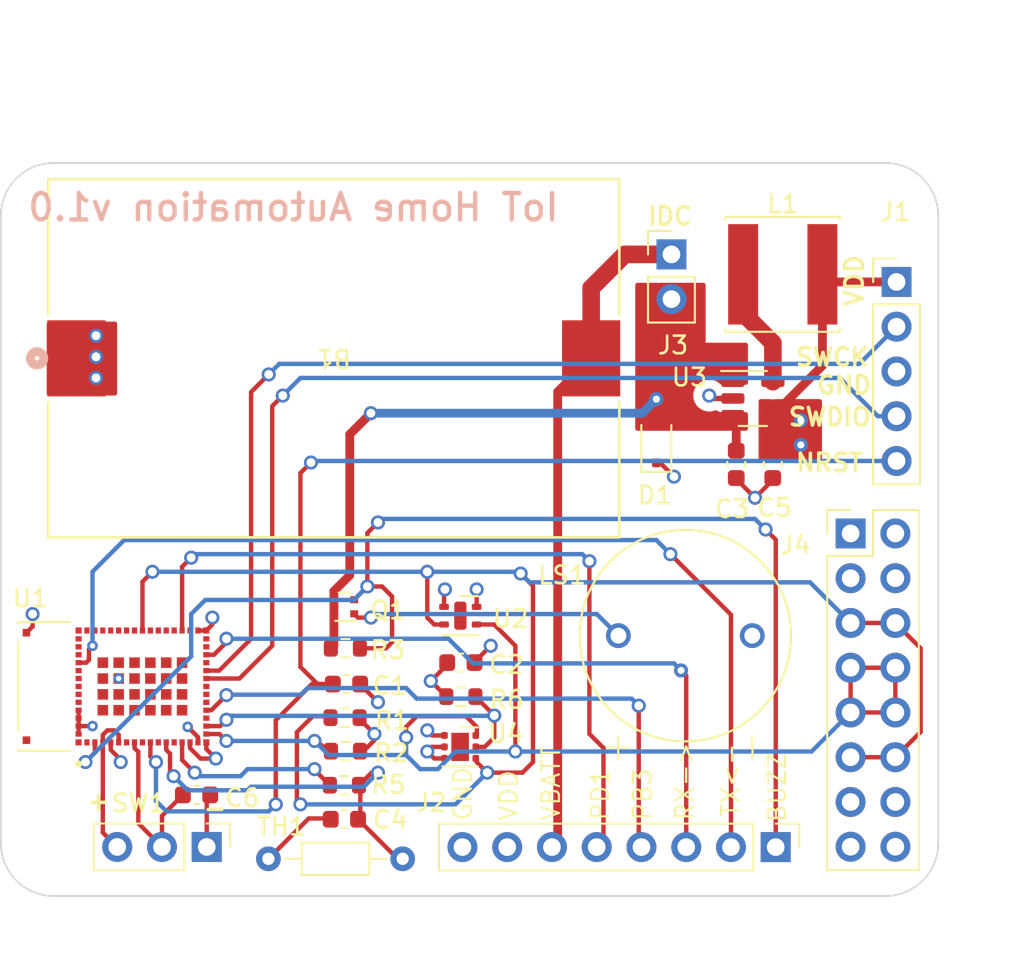
<source format=kicad_pcb>
(kicad_pcb (version 20221018) (generator pcbnew)
  (layers (0 "F.Cu" signal) (1 "In1.Cu" signal) (2 "In2.Cu" signal) (31 "B.Cu" signal) (34 "B.Paste" user) (35 "F.Paste" user) (36 "B.SilkS" user "B.Silkscreen") (37 "F.SilkS" user "F.Silkscreen") (38 "B.Mask" user) (39 "F.Mask" user) (44 "Edge.Cuts" user))
  (net 0 "")
  (net 1 "/PD1")
  (net 2 "GND")
  (net 3 "/SWCLK")
  (net 4 "/SWDIO")
  (net 5 "/NRST")
  (net 6 "/Vtherm")
  (net 7 "VDD")
  (net 10 "/SCL1")
  (net 16 "/SDA1")
  (net 17 "VCC")
  (net 22 "Net-(Q1-D)")
  (net 31 "/nBuzzer")
  (net 42 "Net-(U3-SW)")
  (net 70 "+BATT")
  (net 71 "/Door_EXTI")
  (net 72 "/PB3")
  (net 73 "/MCU_RX1")
  (net 75 "/MCU_TX1")
  (net 77 "/LIGHT_IRQ")
  (net 79 "/VDD_THERM")
  (footprint "Capacitor_SMD:C_0603_1608Metric" (layer "F.Cu") (at 129.905 118.865)
    (fp_text reference "C6")
    (fp_text value "0.1u")
  )
  (footprint "Connector_PinHeader_2.54mm:PinHeader_2x08_P2.54mm_Vertical" (layer "F.Cu") (at 167.025 104.025)
    (fp_text reference "J4")
    (fp_text value "Conn_02x08_Odd_Even")
  )
  (footprint "Resistor_SMD:R_0603_1608Metric" (layer "F.Cu") (at 138.333 114.479 180)
    (fp_text reference "R1")
    (fp_text value "10K")
  )
  (footprint "AI-1223-TWT-3V-2-R:XDCR_AI-1223-TWT-3V-2-R" (layer "F.Cu") (at 157.645 109.8255 90)
    (fp_text reference "LS1")
    (fp_text value "AI-1223-TWT-3V-2-R")
  )
  (footprint "Resistor_SMD:R_0603_1608Metric" (layer "F.Cu") (at 138.357 116.379 180)
    (fp_text reference "R2")
    (fp_text value "10K")
  )
  (footprint "STM32WB5MMGH6TR:XCVR_STM32WB5MMGH6TR" (layer "F.Cu") (at 125.285 112.708 90)
    (fp_text reference "U1")
    (fp_text value "STM32WB5MMGH6TR")
  )
  (footprint "Connector_PinHeader_2.54mm:PinHeader_1x08_P2.54mm_Vertical" (layer "F.Cu") (at 162.775 121.825 -90)
    (fp_text reference "J2")
    (fp_text value "Conn_01x08_Pin")
  )
  (footprint "Connector_PinHeader_2.54mm:PinHeader_1x02_P2.54mm_Vertical" (layer "F.Cu") (at 156.857 88.187)
    (fp_text reference "J3")
    (fp_text value "Conn_01x02_Pin")
  )
  (footprint "Package_TO_SOT_SMD:SOT-723" (layer "F.Cu") (at 138.275 108.185 180)
    (fp_text reference "Q1")
    (fp_text value "PMOS")
  )
  (footprint "Capacitor_SMD:C_0603_1608Metric" (layer "F.Cu") (at 162.605 100.105 -90)
    (fp_text reference "C5")
    (fp_text value "10u")
  )
  (footprint "BU2032SM-JJ-GTR:BU2032SM-JJ-GTR_MPD" (layer "F.Cu") (at 137.6938 94.0868 180)
    (fp_text reference "B1")
    (fp_text value "BU2032SM-JJ-GTR")
  )
  (footprint "Resistor_SMD:R_0603_1608Metric" (layer "F.Cu") (at 138.353 110.541)
    (fp_text reference "R3")
    (fp_text value "220K")
  )
  (footprint "Resistor_THT:R_Axial_DIN0204_L3.6mm_D1.6mm_P7.62mm_Horizontal" (layer "F.Cu") (at 141.603 122.489 180)
    (fp_text reference "TH1")
    (fp_text value "3.3K@25C")
  )
  (footprint "Capacitor_SMD:C_0603_1608Metric" (layer "F.Cu") (at 144.905 111.355)
    (fp_text reference "C2")
    (fp_text value "100nF")
  )
  (footprint "Capacitor_SMD:C_0603_1608Metric" (layer "F.Cu") (at 138.415 112.573)
    (fp_text reference "C1")
    (fp_text value "100nF")
  )
  (footprint "Capacitor_SMD:C_0603_1608Metric" (layer "F.Cu") (at 138.295 120.245 180)
    (fp_text reference "C4")
    (fp_text value "0.1u")
  )
  (footprint "Resistor_SMD:R_0603_1608Metric" (layer "F.Cu") (at 144.905 113.285)
    (fp_text reference "R6")
    (fp_text value "10K")
  )
  (footprint "Sensor_Humidity:Sensirion_DFN-4-1EP_2x2mm_P1mm_EP0.7x1.6mm" (layer "F.Cu") (at 144.876201 108.692199)
    (fp_text reference "U2")
    (fp_text value "SHTC3")
  )
  (footprint "Package_TO_SOT_SMD:SOT-23-5" (layer "F.Cu") (at 161.475 96.365)
    (fp_text reference "U3")
    (fp_text value "TPS62202DBV")
  )
  (footprint "Diode_SMD:D_SOD-323F" (layer "F.Cu") (at 155.999 98.92 90)
    (fp_text reference "D1")
    (fp_text value "D_TVS")
  )
  (footprint "Package_SON:WSON-6-1EP_2x2mm_P0.65mm_EP1x1.6mm" (layer "F.Cu") (at 144.863899 116.1389)
    (fp_text reference "U4")
    (fp_text value "OPT3001DNPT")
  )
  (footprint "Inductor_SMD:L_Changjiang_FNR6028S" (layer "F.Cu") (at 163.175 89.32)
    (fp_text reference "L1")
    (fp_text value "10u")
  )
  (footprint "Connector_PinHeader_2.54mm:PinHeader_1x05_P2.54mm_Vertical" (layer "F.Cu") (at 169.633 89.751)
    (fp_text reference "J1")
    (fp_text value "Conn_01x05_Pin")
  )
  (footprint "Connector_PinHeader_2.54mm:PinHeader_1x03_P2.54mm_Vertical" (layer "F.Cu") (at 130.483 121.817 -90)
    (fp_text reference "SW1")
    (fp_text value "SW_Push_SPDT")
  )
  (footprint "Capacitor_SMD:C_0603_1608Metric" (layer "F.Cu") (at 160.535 100.105 -90)
    (fp_text reference "C3")
    (fp_text value "10u")
  )
  (footprint "Resistor_SMD:R_0603_1608Metric" (layer "F.Cu") (at 138.297 118.315)
    (fp_text reference "R5")
    (fp_text value "20K")
  )
  (gr_arc (start 172 121.6) (mid 171.12132 123.72132) (end 169 124.6) (stroke (width 0.1)) (layer "Edge.Cuts"))
  (gr_arc (start 118.8 86) (mid 119.67868 83.87868) (end 121.8 83) (stroke (width 0.1)) (layer "Edge.Cuts"))
  (gr_line (start 121.8 124.6) (end 169 124.6) (stroke (width 0.1)) (layer "Edge.Cuts"))
  (gr_arc (start 169 83) (mid 171.12132 83.87868) (end 172 86) (stroke (width 0.1)) (layer "Edge.Cuts"))
  (gr_line (start 172 121.6) (end 172 86) (stroke (width 0.1)) (layer "Edge.Cuts"))
  (gr_line (start 118.8 86) (end 118.8 121.6) (stroke (width 0.1)) (layer "Edge.Cuts"))
  (gr_arc (start 121.8 124.6) (mid 119.67868 123.72132) (end 118.8 121.6) (stroke (width 0.1)) (layer "Edge.Cuts"))
  (gr_line (start 169 83) (end 121.8 83) (stroke (width 0.1)) (layer "Edge.Cuts"))
  (gr_text "IoT Home Automation v1.0" (at 120.2 86.4) (layer "B.SilkS") (effects (font (size 1.5 1.5) (thickness 0.25) bold) (justify right bottom mirror)))
  (gr_text "VDD" (at 167.821 91.232 90) (layer "F.SilkS") (effects (font (size 1 1) (thickness 0.2) bold) (justify left bottom)))
  (gr_text "PB3" (at 155.8 120.4 90) (layer "F.SilkS") (effects (font (size 1 1) (thickness 0.125)) (justify left bottom)))
  (gr_text "TX<-" (at 160.8 120.2 90) (layer "F.SilkS") (effects (font (size 1 1) (thickness 0.125)) (justify left bottom)))
  (gr_text "IDC" (at 155.4 86.6) (layer "F.SilkS") (effects (font (size 1 1) (thickness 0.2) bold) (justify left bottom)))
  (gr_text "GND" (at 165 96.2) (layer "F.SilkS") (effects (font (size 1 1) (thickness 0.2) bold) (justify left bottom)))
  (gr_text "PD1" (at 153.4 120.4 90) (layer "F.SilkS") (effects (font (size 1 1) (thickness 0.125)) (justify left bottom)))
  (gr_text "VDD" (at 148.2 120.4 90) (layer "F.SilkS") (effects (font (size 1 1) (thickness 0.125)) (justify left bottom)))
  (gr_text "SWDIO" (at 163.4 98) (layer "F.SilkS") (effects (font (size 1 1) (thickness 0.2) bold) (justify left bottom)))
  (gr_text "VBATT" (at 150.6 120.4 90) (layer "F.SilkS") (effects (font (size 1 1) (thickness 0.125)) (justify left bottom)))
  (gr_text "BUZZ" (at 163.44 120.495 90) (layer "F.SilkS") (effects (font (size 1 1) (thickness 0.125)) (justify left bottom)))
  (gr_text "-" (at 130.2 120.2) (layer "F.SilkS") (effects (font (size 1 1) (thickness 0.2) bold) (justify left bottom)))
  (gr_text "SWCK" (at 163.8 94.6) (layer "F.SilkS") (effects (font (size 1 1) (thickness 0.2) bold) (justify left bottom)))
  (gr_text "RX->" (at 158.2 120.4 90) (layer "F.SilkS") (effects (font (size 1 1) (thickness 0.125)) (justify left bottom)))
  (gr_text "+" (at 123.6 119.8) (layer "F.SilkS") (effects (font (size 1 1) (thickness 0.2) bold) (justify left bottom)))
  (gr_text "NRST" (at 163.8 100.6) (layer "F.SilkS") (effects (font (size 1 1) (thickness 0.2) bold) (justify left bottom)))
  (gr_text "GND" (at 145.6 120.4 90) (layer "F.SilkS") (effects (font (size 1 1) (thickness 0.125)) (justify left bottom)))
  (segment (start 153 121.44) (end 152.615 121.825) (width 0.25) (layer "F.Cu") (net 1))
  (segment (start 153 116.2) (end 153 121.44) (width 0.25) (layer "F.Cu") (net 1))
  (segment (start 129.085 105.915) (end 129.085 109.533) (width 0.25) (layer "F.Cu") (net 1))
  (segment (start 129.6 105.4) (end 129.085 105.915) (width 0.25) (layer "F.Cu") (net 1))
  (segment (start 152.2 105.6) (end 152.2 115.4) (width 0.25) (layer "F.Cu") (net 1))
  (segment (start 152.2 115.4) (end 153 116.2) (width 0.25) (layer "F.Cu") (net 1))
  (via (at 129.6 105.4) (size 0.8) (drill 0.5) (layers "F.Cu" "B.Cu") (net 1))
  (via (at 152.2 105.6) (size 0.8) (drill 0.5) (layers "F.Cu" "B.Cu") (net 1))
  (segment (start 129.8 105.2) (end 129.6 105.4) (width 0.25) (layer "B.Cu") (net 1))
  (segment (start 152.2 105.6) (end 151.8 105.2) (width 0.25) (layer "B.Cu") (net 1))
  (segment (start 151.8 105.2) (end 129.8 105.2) (width 0.25) (layer "B.Cu") (net 1))
  (segment (start 143.2611 116.1389) (end 143 116.4) (width 0.25) (layer "F.Cu") (net 2))
  (segment (start 130.68 118.865) (end 130.483 119.062) (width 0.25) (layer "F.Cu") (net 2))
  (segment (start 130.46 109.533) (end 129.985 109.533) (width 0.25) (layer "F.Cu") (net 2))
  (segment (start 125.035 116.308) (end 125.035 115.883) (width 0.25) (layer "F.Cu") (net 2))
  (segment (start 125.6 116.873) (end 125.035 116.308) (width 0.25) (layer "F.Cu") (net 2))
  (segment (start 143 116.4) (end 143.3939 116.7939) (width 0.25) (layer "F.Cu") (net 2))
  (segment (start 120.6 108.6) (end 120.6 109.308) (width 0.25) (layer "F.Cu") (net 2))
  (segment (start 144.208899 116.7939) (end 144.863899 116.1389) (width 0.25) (layer "F.Cu") (net 2))
  (segment (start 160.3375 96.365) (end 159.165 96.365) (width 0.3) (layer "F.Cu") (net 2))
  (segment (start 139.19 112.59) (end 140.2 113.6) (width 0.25) (layer "F.Cu") (net 2))
  (segment (start 143.3939 116.7939) (end 144.208899 116.7939) (width 0.25) (layer "F.Cu") (net 2))
  (segment (start 160.535 100.935) (end 161.6 102) (width 0.25) (layer "F.Cu") (net 2))
  (segment (start 137.475 120.2) (end 137.52 120.245) (width 0.25) (layer "F.Cu") (net 2))
  (segment (start 125.6 117) (end 125.6 116.873) (width 0.25) (layer "F.Cu") (net 2))
  (segment (start 145.801201 108.192199) (end 145.801201 107.201201) (width 0.25) (layer "F.Cu") (net 2))
  (segment (start 159.165 96.365) (end 159 96.2) (width 0.3) (layer "F.Cu") (net 2))
  (segment (start 130.483 119.062) (end 130.483 121.817) (width 0.25) (layer "F.Cu") (net 2))
  (segment (start 133.983 122.489) (end 136.272 120.2) (width 0.25) (layer "F.Cu") (net 2))
  (segment (start 155.999 100.02) (end 156.22 100.02) (width 0.25) (layer "F.Cu") (net 2))
  (segment (start 139.19 112.573) (end 139.19 112.59) (width 0.25) (layer "F.Cu") (net 2))
  (segment (start 145.801201 107.201201) (end 145.8 107.2) (width 0.25) (layer "F.Cu") (net 2))
  (segment (start 130.8 108.8) (end 130.8 109.193) (width 0.25) (layer "F.Cu") (net 2))
  (segment (start 162.605 100.995) (end 161.6 102) (width 0.25) (layer "F.Cu") (net 2))
  (segment (start 136.272 120.2) (end 137.475 120.2) (width 0.25) (layer "F.Cu") (net 2))
  (segment (start 156.22 100.02) (end 157 100.8) (width 0.25) (layer "F.Cu") (net 2))
  (segment (start 160.535 100.88) (end 160.535 100.935) (width 0.25) (layer "F.Cu") (net 2))
  (segment (start 124 114.958) (end 123.21 114.958) (width 0.25) (layer "F.Cu") (net 2))
  (segment (start 120.6 109.308) (end 120.25 109.658) (width 0.25) (layer "F.Cu") (net 2))
  (segment (start 143.913898 116.1389) (end 143.2611 116.1389) (width 0.25) (layer "F.Cu") (net 2))
  (segment (start 129.985 115.585) (end 129.985 115.883) (width 0.25) (layer "F.Cu") (net 2))
  (segment (start 162.605 100.88) (end 162.605 100.995) (width 0.25) (layer "F.Cu") (net 2))
  (segment (start 145.68 111.32) (end 146.6 110.4) (width 0.25) (layer "F.Cu") (net 2))
  (segment (start 130.8 109.193) (end 130.46 109.533) (width 0.25) (layer "F.Cu") (net 2))
  (segment (start 129.4 115) (end 129.985 115.585) (width 0.25) (layer "F.Cu") (net 2))
  (segment (start 145.68 111.355) (end 145.68 111.32) (width 0.25) (layer "F.Cu") (net 2))
  (segment (start 123.21 114.058) (end 123.21 115.408) (width 0.25) (layer "F.Cu") (net 2))
  (segment (start 125.485 112.258) (end 125.484502 112.258498) (width 0.25) (layer "F.Cu") (net 2))
  (via (at 143 116.4) (size 0.8) (drill 0.5) (layers "F.Cu" "B.Cu") (net 2))
  (via (at 124 114.958) (size 0.6) (drill 0.3) (layers "F.Cu" "B.Cu") (net 2))
  (via (at 145.8 107.2) (size 0.8) (drill 0.5) (layers "F.Cu" "B.Cu") (net 2))
  (via (at 124.2 94) (size 0.8) (drill 0.5) (layers "F.Cu" "B.Cu") (net 2))
  (via (at 124.2 92.8) (size 0.8) (drill 0.5) (layers "F.Cu" "B.Cu") (net 2))
  (via (at 146.6 110.4) (size 0.8) (drill 0.5) (layers "F.Cu" "B.Cu") (net 2))
  (via (at 157 100.8) (size 0.8) (drill 0.5) (layers "F.Cu" "B.Cu") (net 2))
  (via (at 124.2 95.2) (size 0.8) (drill 0.5) (layers "F.Cu" "B.Cu") (net 2))
  (via (at 161.6 102) (size 0.8) (drill 0.5) (layers "F.Cu" "B.Cu") (net 2))
  (via (at 129.4 115) (size 0.6) (drill 0.3) (layers "F.Cu" "B.Cu") (net 2))
  (via (at 125.484502 112.258498) (size 0.6) (drill 0.3) (layers "F.Cu" "B.Cu") (net 2))
  (via (at 120.6 108.6) (size 0.8) (drill 0.5) (layers "F.Cu" "B.Cu") (net 2))
  (via (at 140.2 113.6) (size 0.8) (drill 0.5) (layers "F.Cu" "B.Cu") (net 2))
  (via (at 130.8 108.8) (size 0.8) (drill 0.5) (layers "F.Cu" "B.Cu") (net 2))
  (via (at 125.6 117) (size 0.8) (drill 0.5) (layers "F.Cu" "B.Cu") (net 2))
  (via (at 159 96.2) (size 0.8) (drill 0.5) (layers "F.Cu" "B.Cu") (net 2))
  (segment (start 131.192 111.808) (end 130.46 111.808) (width 0.25) (layer "F.Cu") (net 3))
  (segment (start 134 95) (end 133 96) (width 0.25) (layer "F.Cu") (net 3))
  (segment (start 133 110) (end 131.192 111.808) (width 0.25) (layer "F.Cu") (net 3))
  (segment (start 133 96) (end 133 110) (width 0.25) (layer "F.Cu") (net 3))
  (via (at 134 95) (size 0.8) (drill 0.5) (layers "F.Cu" "B.Cu") (net 3))
  (segment (start 134.6 94.4) (end 167.524 94.4) (width 0.25) (layer "B.Cu") (net 3))
  (segment (start 167.524 94.4) (end 169.633 92.291) (width 0.25) (layer "B.Cu") (net 3))
  (segment (start 134 95) (end 134.6 94.4) (width 0.25) (layer "B.Cu") (net 3))
  (segment (start 132.342 112.258) (end 130.46 112.258) (width 0.25) (layer "F.Cu") (net 4))
  (segment (start 134.2 110.4) (end 132.342 112.258) (width 0.25) (layer "F.Cu") (net 4))
  (segment (start 134.8 96.2) (end 134.2 96.8) (width 0.25) (layer "F.Cu") (net 4))
  (segment (start 134.2 96.8) (end 134.2 110.4) (width 0.25) (layer "F.Cu") (net 4))
  (via (at 134.8 96.2) (size 0.8) (drill 0.5) (layers "F.Cu" "B.Cu") (net 4))
  (segment (start 166.4 95.2) (end 168.571 97.371) (width 0.25) (layer "B.Cu") (net 4))
  (segment (start 134.8 96.2) (end 135.8 95.2) (width 0.25) (layer "B.Cu") (net 4))
  (segment (start 135.8 95.2) (end 166.4 95.2) (width 0.25) (layer "B.Cu") (net 4))
  (segment (start 168.571 97.371) (end 169.633 97.371) (width 0.25) (layer "B.Cu") (net 4))
  (segment (start 135.8 111.6) (end 136.773 112.573) (width 0.25) (layer "F.Cu") (net 5))
  (segment (start 136.454 112.573) (end 137.64 112.573) (width 0.25) (layer "F.Cu") (net 5))
  (segment (start 134.4 119.4) (end 134.4 114.627) (width 0.25) (layer "F.Cu") (net 5))
  (segment (start 134.4 114.627) (end 136.454 112.573) (width 0.25) (layer "F.Cu") (net 5))
  (segment (start 136.4 100) (end 135.8 100.6) (width 0.25) (layer "F.Cu") (net 5))
  (segment (start 135.8 100.6) (end 135.8 111.6) (width 0.25) (layer "F.Cu") (net 5))
  (segment (start 127.285 116.685) (end 127.285 115.883) (width 0.25) (layer "F.Cu") (net 5))
  (segment (start 136.773 112.573) (end 137.64 112.573) (width 0.25) (layer "F.Cu") (net 5))
  (segment (start 127.6 117) (end 127.285 116.685) (width 0.25) (layer "F.Cu") (net 5))
  (via (at 134.4 119.4) (size 0.8) (drill 0.5) (layers "F.Cu" "B.Cu") (net 5))
  (via (at 127.6 117) (size 0.8) (drill 0.5) (layers "F.Cu" "B.Cu") (net 5))
  (via (at 136.4 100) (size 0.8) (drill 0.5) (layers "F.Cu" "B.Cu") (net 5))
  (segment (start 134.4 119.4) (end 134 119.8) (width 0.25) (layer "B.Cu") (net 5))
  (segment (start 136.489 99.911) (end 169.633 99.911) (width 0.25) (layer "B.Cu") (net 5))
  (segment (start 127.6 119.2) (end 127.6 117) (width 0.25) (layer "B.Cu") (net 5))
  (segment (start 136.4 100) (end 136.489 99.911) (width 0.25) (layer "B.Cu") (net 5))
  (segment (start 134 119.8) (end 128.2 119.8) (width 0.25) (layer "B.Cu") (net 5))
  (segment (start 128.2 119.8) (end 127.6 119.2) (width 0.25) (layer "B.Cu") (net 5))
  (segment (start 139.2 118.237) (end 139.2 120.375) (width 0.25) (layer "F.Cu") (net 6))
  (segment (start 128.6 117.8) (end 128.4 117.6) (width 0.25) (layer "F.Cu") (net 6))
  (segment (start 140.2 117.6) (end 139.837 117.6) (width 0.25) (layer "F.Cu") (net 6))
  (segment (start 128.185 116.308) (end 128.185 115.883) (width 0.25) (layer "F.Cu") (net 6))
  (segment (start 128.4 116.523) (end 128.185 116.308) (width 0.25) (layer "F.Cu") (net 6))
  (segment (start 128.4 117.6) (end 128.4 116.523) (width 0.25) (layer "F.Cu") (net 6))
  (segment (start 141.314 122.489) (end 141.603 122.489) (width 0.25) (layer "F.Cu") (net 6))
  (segment (start 139.2 120.375) (end 141.314 122.489) (width 0.25) (layer "F.Cu") (net 6))
  (segment (start 139.837 117.6) (end 139.2 118.237) (width 0.25) (layer "F.Cu") (net 6))
  (via (at 128.6 117.8) (size 0.8) (drill 0.5) (layers "F.Cu" "B.Cu") (net 6))
  (via (at 140.2 117.6) (size 0.8) (drill 0.5) (layers "F.Cu" "B.Cu") (net 6))
  (segment (start 129.4 118.6) (end 132.8 118.6) (width 0.25) (layer "B.Cu") (net 6))
  (segment (start 139.4 118.4) (end 140.2 117.6) (width 0.25) (layer "B.Cu") (net 6))
  (segment (start 132.8 118.6) (end 133 118.4) (width 0.25) (layer "B.Cu") (net 6))
  (segment (start 133 118.4) (end 139.4 118.4) (width 0.25) (layer "B.Cu") (net 6))
  (segment (start 128.6 117.8) (end 129.4 118.6) (width 0.25) (layer "B.Cu") (net 6))
  (segment (start 130.46 116.26) (end 130.46 115.883) (width 0.25) (layer "F.Cu") (net 7))
  (segment (start 124.585 120.999) (end 125.403 121.817) (width 0.25) (layer "F.Cu") (net 7))
  (segment (start 124.843 115.2) (end 125.227 115.2) (width 0.25) (layer "F.Cu") (net 7))
  (segment (start 143.288899 115.488899) (end 143.913898 115.488899) (width 0.25) (layer "F.Cu") (net 7))
  (segment (start 144.13 111.47) (end 143.2 112.4) (width 0.25) (layer "F.Cu") (net 7))
  (segment (start 165.856 89.751) (end 165.425 89.32) (width 0.5) (layer "F.Cu") (net 7))
  (segment (start 163.16375 96.76375) (end 165.425 94.5025) (width 0.5) (layer "F.Cu") (net 7))
  (segment (start 131 116.8) (end 130.127 116.8) (width 0.25) (layer "F.Cu") (net 7))
  (segment (start 144.08 113.285) (end 144.08 113.28) (width 0.25) (layer "F.Cu") (net 7))
  (segment (start 124.585 115.458) (end 124.843 115.2) (width 0.25) (layer "F.Cu") (net 7))
  (segment (start 143.951201 107.248799) (end 144 107.2) (width 0.25) (layer "F.Cu") (net 7))
  (segment (start 162.605 97.3225) (end 162.6125 97.315) (width 0.5) (layer "F.Cu") (net 7))
  (segment (start 124.585 115.883) (end 124.585 115.458) (width 0.25) (layer "F.Cu") (net 7))
  (segment (start 144.13 111.355) (end 144.13 111.47) (width 0.25) (layer "F.Cu") (net 7))
  (segment (start 165.425 94.5025) (end 165.425 89.32) (width 0.5) (layer "F.Cu") (net 7))
  (segment (start 140 115.4) (end 140 115.761) (width 0.25) (layer "F.Cu") (net 7))
  (segment (start 169.633 89.751) (end 165.856 89.751) (width 0.5) (layer "F.Cu") (net 7))
  (segment (start 125.227 115.2) (end 125.485 115.458) (width 0.25) (layer "F.Cu") (net 7))
  (segment (start 143.951201 108.192199) (end 143.951201 107.248799) (width 0.25) (layer "F.Cu") (net 7))
  (segment (start 139.279 114.679) (end 139.158 114.679) (width 0.25) (layer "F.Cu") (net 7))
  (segment (start 131 116.8) (end 130.46 116.26) (width 0.25) (layer "F.Cu") (net 7))
  (segment (start 140 115.761) (end 139.182 116.579) (width 0.25) (layer "F.Cu") (net 7))
  (segment (start 129.535 116.208) (end 129.535 115.883) (width 0.25) (layer "F.Cu") (net 7))
  (segment (start 140 115.4) (end 139.279 114.679) (width 0.25) (layer "F.Cu") (net 7))
  (segment (start 125.485 115.458) (end 125.485 115.883) (width 0.25) (layer "F.Cu") (net 7))
  (segment (start 130.127 116.8) (end 129.535 116.208) (width 0.25) (layer "F.Cu") (net 7))
  (segment (start 124.585 115.883) (end 124.585 120.999) (width 0.25) (layer "F.Cu") (net 7))
  (segment (start 143 115.2) (end 143.288899 115.488899) (width 0.25) (layer "F.Cu") (net 7))
  (segment (start 162.605 99.33) (end 162.605 97.3225) (width 0.5) (layer "F.Cu") (net 7))
  (segment (start 144.08 113.28) (end 143.2 112.4) (width 0.25) (layer "F.Cu") (net 7))
  (segment (start 162.6125 97.315) (end 163.16375 96.76375) (width 0.5) (layer "F.Cu") (net 7))
  (via (at 131 116.8) (size 0.8) (drill 0.5) (layers "F.Cu" "B.Cu") (net 7))
  (via (at 143.2 112.4) (size 0.8) (drill 0.5) (layers "F.Cu" "B.Cu") (net 7))
  (via (at 143 115.2) (size 0.8) (drill 0.5) (layers "F.Cu" "B.Cu") (net 7))
  (via (at 144 107.2) (size 0.8) (drill 0.5) (layers "F.Cu" "B.Cu") (net 7))
  (via (at 164.2 97.6) (size 0.8) (drill 0.4) (layers "F.Cu" "B.Cu") (net 7))
  (via (at 164.2 99) (size 0.8) (drill 0.4) (layers "F.Cu" "B.Cu") (net 7))
  (via (at 140 115.4) (size 0.8) (drill 0.5) (layers "F.Cu" "B.Cu") (net 7))
  (segment (start 145.8139 117.0139) (end 145.8139 116.788901) (width 0.25) (layer "F.Cu") (net 10))
  (segment (start 143 108.8) (end 143.392199 109.192199) (width 0.25) (layer "F.Cu") (net 10))
  (segment (start 149 117) (end 149 107) (width 0.25) (layer "F.Cu") (net 10))
  (segment (start 167.025 116.725) (end 169.565 116.725) (width 0.25) (layer "F.Cu") (net 10))
  (segment (start 149 107) (end 148.3 106.3) (width 0.25) (layer "F.Cu") (net 10))
  (segment (start 171 115.29) (end 169.565 116.725) (width 0.25) (layer "F.Cu") (net 10))
  (segment (start 135.6 115.3) (end 135.6 119.2) (width 0.25) (layer "F.Cu") (net 10))
  (segment (start 146.4 117.6) (end 145.8139 117.0139) (width 0.25) (layer "F.Cu") (net 10))
  (segment (start 137.508 114.479) (end 137.429 114.4) (width 0.25) (layer "F.Cu") (net 10))
  (segment (start 127.4 106.2) (end 126.835 106.765) (width 0.25) (layer "F.Cu") (net 10))
  (segment (start 146.4 117.6) (end 148.4 117.6) (width 0.25) (layer "F.Cu") (net 10))
  (segment (start 126.835 106.765) (end 126.835 109.533) (width 0.25) (layer "F.Cu") (net 10))
  (segment (start 137.429 114.4) (end 136.5 114.4) (width 0.25) (layer "F.Cu") (net 10))
  (segment (start 171 110.54) (end 171 115.29) (width 0.25) (layer "F.Cu") (net 10))
  (segment (start 167.025 109.105) (end 169.565 109.105) (width 0.25) (layer "F.Cu") (net 10))
  (segment (start 136.5 114.4) (end 135.6 115.3) (width 0.25) (layer "F.Cu") (net 10))
  (segment (start 148.4 117.6) (end 149 117) (width 0.25) (layer "F.Cu") (net 10))
  (segment (start 135.6 119.2) (end 135.8 119.4) (width 0.25) (layer "F.Cu") (net 10))
  (segment (start 143.392199 109.192199) (end 143.951201 109.192199) (width 0.25) (layer "F.Cu") (net 10))
  (segment (start 169.565 109.105) (end 171 110.54) (width 0.25) (layer "F.Cu") (net 10))
  (segment (start 143 106.2) (end 143 108.8) (width 0.25) (layer "F.Cu") (net 10))
  (via (at 135.8 119.4) (size 0.8) (drill 0.5) (layers "F.Cu" "B.Cu") (net 10))
  (via (at 127.4 106.2) (size 0.8) (drill 0.5) (layers "F.Cu" "B.Cu") (net 10))
  (via (at 148.3 106.3) (size 0.8) (drill 0.5) (layers "F.Cu" "B.Cu") (net 10))
  (via (at 143 106.2) (size 0.8) (drill 0.5) (layers "F.Cu" "B.Cu") (net 10))
  (via (at 146.4 117.6) (size 0.8) (drill 0.5) (layers "F.Cu" "B.Cu") (net 10))
  (segment (start 144.6 119.4) (end 146.4 117.6) (width 0.25) (layer "B.Cu") (net 10))
  (segment (start 148.3 106.3) (end 148.8 106.8) (width 0.25) (layer "B.Cu") (net 10))
  (segment (start 148.8 106.8) (end 164.72 106.8) (width 0.25) (layer "B.Cu") (net 10))
  (segment (start 127.4 106.2) (end 143 106.2) (width 0.25) (layer "B.Cu") (net 10))
  (segment (start 164.72 106.8) (end 167.025 109.105) (width 0.25) (layer "B.Cu") (net 10))
  (segment (start 148.3 106.3) (end 148.2 106.2) (width 0.25) (layer "B.Cu") (net 10))
  (segment (start 148.2 106.2) (end 143 106.2) (width 0.25) (layer "B.Cu") (net 10))
  (segment (start 135.8 119.4) (end 144.6 119.4) (width 0.25) (layer "B.Cu") (net 10))
  (segment (start 136.6 115.8) (end 136.753 115.8) (width 0.25) (layer "F.Cu") (net 16))
  (segment (start 167.025 111.645) (end 169.565 111.645) (width 0.25) (layer "F.Cu") (net 16))
  (segment (start 131.6 115.8) (end 131.208 115.408) (width 0.25) (layer "F.Cu") (net 16))
  (segment (start 142.4 114.4) (end 145.2 114.4) (width 0.25) (layer "F.Cu") (net 16))
  (segment (start 145.8139 115.0139) (end 145.8139 115.488899) (width 0.25) (layer "F.Cu") (net 16))
  (segment (start 131.208 115.408) (end 130.46 115.408) (width 0.25) (layer "F.Cu") (net 16))
  (segment (start 136.753 115.8) (end 137.532 116.579) (width 0.25) (layer "F.Cu") (net 16))
  (segment (start 148 110.4) (end 146.792199 109.192199) (width 0.25) (layer "F.Cu") (net 16))
  (segment (start 141.8 115) (end 142.4 114.4) (width 0.25) (layer "F.Cu") (net 16))
  (segment (start 148 116.4) (end 148 110.4) (width 0.25) (layer "F.Cu") (net 16))
  (segment (start 167.025 114.185) (end 169.565 114.185) (width 0.25) (layer "F.Cu") (net 16))
  (segment (start 145.2 114.4) (end 145.8139 115.0139) (width 0.25) (layer "F.Cu") (net 16))
  (segment (start 141.8 115.6) (end 141.8 115) (width 0.25) (layer "F.Cu") (net 16))
  (segment (start 169.565 114.185) (end 169.565 111.645) (width 0.25) (layer "F.Cu") (net 16))
  (segment (start 146.792199 109.192199) (end 145.801201 109.192199) (width 0.25) (layer "F.Cu") (net 16))
  (segment (start 167.025 114.185) (end 167.025 111.645) (width 0.25) (layer "F.Cu") (net 16))
  (via (at 136.6 115.8) (size 0.8) (drill 0.5) (layers "F.Cu" "B.Cu") (net 16))
  (via (at 141.8 115.6) (size 0.8) (drill 0.5) (layers "F.Cu" "B.Cu") (net 16))
  (via (at 131.6 115.8) (size 0.8) (drill 0.5) (layers "F.Cu" "B.Cu") (net 16))
  (via (at 148 116.4) (size 0.8) (drill 0.5) (layers "F.Cu" "B.Cu") (net 16))
  (segment (start 141.8 116.6) (end 142.6 117.4) (width 0.25) (layer "B.Cu") (net 16))
  (segment (start 143.6 117.4) (end 144.6 116.4) (width 0.25) (layer "B.Cu") (net 16))
  (segment (start 137.4 116.6) (end 136.6 115.8) (width 0.25) (layer "B.Cu") (net 16))
  (segment (start 142.6 117.4) (end 143.6 117.4) (width 0.25) (layer "B.Cu") (net 16))
  (segment (start 148 116.4) (end 164.81 116.4) (width 0.25) (layer "B.Cu") (net 16))
  (segment (start 141.8 115.6) (end 141.8 116.6) (width 0.25) (layer "B.Cu") (net 16))
  (segment (start 131.6 115.8) (end 136.6 115.8) (width 0.25) (layer "B.Cu") (net 16))
  (segment (start 144.6 116.4) (end 148 116.4) (width 0.25) (layer "B.Cu") (net 16))
  (segment (start 141.8 116.6) (end 137.4 116.6) (width 0.25) (layer "B.Cu") (net 16))
  (segment (start 164.81 116.4) (end 167.025 114.185) (width 0.25) (layer "B.Cu") (net 16))
  (segment (start 160.535 97.5125) (end 160.3375 97.315) (width 0.5) (layer "F.Cu") (net 17))
  (segment (start 137.7 108.185) (end 137.7 107.3) (width 0.5) (layer "F.Cu") (net 17))
  (segment (start 137.7 107.3) (end 138.6 106.4) (width 0.5) (layer "F.Cu") (net 17))
  (segment (start 160.3375 97.315) (end 160.1775 97.475) (width 0.3) (layer "F.Cu") (net 17))
  (segment (start 137.7 110.369) (end 137.528 110.541) (width 0.5) (layer "F.Cu") (net 17))
  (segment (start 160.445 97.4225) (end 160.3375 97.315) (width 0.25) (layer "F.Cu") (net 17))
  (segment (start 137.7 108.185) (end 137.7 110.369) (width 0.5) (layer "F.Cu") (net 17))
  (segment (start 138.6 106.4) (end 138.6 98.4) (width 0.5) (layer "F.Cu") (net 17))
  (segment (start 138.6 98.4) (end 139.8 97.2) (width 0.5) (layer "F.Cu") (net 17))
  (segment (start 160.535 99.33) (end 160.535 97.5125) (width 0.5) (layer "F.Cu") (net 17))
  (via (at 139.8 97.2) (size 0.8) (drill 0.5) (layers "F.Cu" "B.Cu") (net 17))
  (via (at 156 96.4) (size 0.8) (drill 0.4) (layers "F.Cu" "B.Cu") (net 17))
  (segment (start 139.8 97.2) (end 155.2 97.2) (width 0.5) (layer "B.Cu") (net 17))
  (segment (start 155.2 97.2) (end 156 96.4) (width 0.5) (layer "B.Cu") (net 17))
  (segment (start 139.065 108.8) (end 138.85 108.585) (width 0.25) (layer "F.Cu") (net 22))
  (segment (start 139.8 108.8) (end 139.065 108.8) (width 0.25) (layer "F.Cu") (net 22))
  (via (at 139.8 108.8) (size 0.8) (drill 0.5) (layers "F.Cu" "B.Cu") (net 22))
  (segment (start 152.6195 108.6) (end 153.845 109.8255) (width 0.25) (layer "B.Cu") (net 22))
  (segment (start 139.8 108.8) (end 140 108.6) (width 0.25) (layer "B.Cu") (net 22))
  (segment (start 140 108.6) (end 152.6195 108.6) (width 0.25) (layer "B.Cu") (net 22))
  (segment (start 162.775 104.375) (end 162.775 121.825) (width 0.25) (layer "F.Cu") (net 31))
  (segment (start 139.6 104) (end 139.6 107.035) (width 0.25) (layer "F.Cu") (net 31))
  (segment (start 140.2 103.4) (end 139.6 104) (width 0.25) (layer "F.Cu") (net 31))
  (segment (start 162.2 103.8) (end 162.775 104.375) (width 0.25) (layer "F.Cu") (net 31))
  (segment (start 123.6 117) (end 124.135 116.465) (width 0.25) (layer "F.Cu") (net 31))
  (segment (start 139.6 107.035) (end 140.435 107.035) (width 0.25) (layer "F.Cu") (net 31))
  (segment (start 140.435 107.035) (end 141 107.6) (width 0.25) (layer "F.Cu") (net 31))
  (segment (start 140.659 110.541) (end 139.178 110.541) (width 0.25) (layer "F.Cu") (net 31))
  (segment (start 141 107.6) (end 141 110.2) (width 0.25) (layer "F.Cu") (net 31))
  (segment (start 139.6 107.035) (end 138.85 107.785) (width 0.25) (layer "F.Cu") (net 31))
  (segment (start 141 110.2) (end 140.659 110.541) (width 0.25) (layer "F.Cu") (net 31))
  (segment (start 124.135 116.465) (end 124.135 115.883) (width 0.25) (layer "F.Cu") (net 31))
  (via (at 123.6 117) (size 0.8) (drill 0.5) (layers "F.Cu" "B.Cu") (net 31))
  (via (at 162.2 103.8) (size 0.8) (drill 0.5) (layers "F.Cu" "B.Cu") (net 31))
  (via (at 140.2 103.4) (size 0.8) (drill 0.5) (layers "F.Cu" "B.Cu") (net 31))
  (via (at 139.6 107.035) (size 0.8) (drill 0.5) (layers "F.Cu" "B.Cu") (net 31))
  (segment (start 129.6 108.6) (end 130.4 107.8) (width 0.25) (layer "B.Cu") (net 31))
  (segment (start 129.6 111) (end 129.6 108.6) (width 0.25) (layer "B.Cu") (net 31))
  (segment (start 161.6 103.2) (end 140.4 103.2) (width 0.25) (layer "B.Cu") (net 31))
  (segment (start 138.835 107.8) (end 139.6 107.035) (width 0.25) (layer "B.Cu") (net 31))
  (segment (start 140.4 103.2) (end 140.2 103.4) (width 0.25) (layer "B.Cu") (net 31))
  (segment (start 162.2 103.8) (end 161.6 103.2) (width 0.25) (layer "B.Cu") (net 31))
  (segment (start 130.4 107.8) (end 138.835 107.8) (width 0.25) (layer "B.Cu") (net 31))
  (segment (start 123.6 117) (end 129.6 111) (width 0.25) (layer "B.Cu") (net 31))
  (segment (start 160.925 91.525) (end 160.925 89.32) (width 1) (layer "F.Cu") (net 42))
  (segment (start 162.6125 93.2125) (end 160.925 91.525) (width 1) (layer "F.Cu") (net 42))
  (segment (start 162.6125 95.415) (end 162.6125 93.2125) (width 1) (layer "F.Cu") (net 42))
  (segment (start 152.2988 90.1012) (end 154.213 88.187) (width 1) (layer "F.Cu") (net 70))
  (segment (start 150.4 121.5) (end 150.4 95.9856) (width 0.5) (layer "F.Cu") (net 70))
  (segment (start 154.213 88.187) (end 156.857 88.187) (width 1) (layer "F.Cu") (net 70))
  (segment (start 150.4 95.9856) (end 152.2988 94.0868) (width 0.5) (layer "F.Cu") (net 70))
  (segment (start 152.2988 94.0868) (end 152.2988 90.1012) (width 1) (layer "F.Cu") (net 70))
  (segment (start 150.075 121.825) (end 150.4 121.5) (width 0.5) (layer "F.Cu") (net 70))
  (segment (start 126.385 115.883) (end 126.385 116.208) (width 0.25) (layer "F.Cu") (net 71))
  (segment (start 127.943 120.052) (end 129.13 118.865) (width 0.25) (layer "F.Cu") (net 71))
  (segment (start 126.385 116.208) (end 126.6 116.423) (width 0.25) (layer "F.Cu") (net 71))
  (segment (start 126.6 120.474) (end 127.943 121.817) (width 0.25) (layer "F.Cu") (net 71))
  (segment (start 126.6 116.423) (end 126.6 120.474) (width 0.25) (layer "F.Cu") (net 71))
  (segment (start 127.943 121.817) (end 127.943 120.052) (width 0.25) (layer "F.Cu") (net 71))
  (segment (start 155 113.8) (end 155 121.67) (width 0.25) (layer "F.Cu") (net 72))
  (segment (start 155 121.67) (end 155.155 121.825) (width 0.25) (layer "F.Cu") (net 72))
  (segment (start 131.6 113.2) (end 130.742 114.058) (width 0.25) (layer "F.Cu") (net 72))
  (segment (start 130.742 114.058) (end 130.46 114.058) (width 0.25) (layer "F.Cu") (net 72))
  (via (at 131.6 113.2) (size 0.8) (drill 0.5) (layers "F.Cu" "B.Cu") (net 72))
  (via (at 155 113.8) (size 0.8) (drill 0.5) (layers "F.Cu" "B.Cu") (net 72))
  (segment (start 135.825 113.175) (end 131.625 113.175) (width 0.25) (layer "B.Cu") (net 72))
  (segment (start 141.8 112.8) (end 136.2 112.8) (width 0.25) (layer "B.Cu") (net 72))
  (segment (start 136.2 112.8) (end 135.825 113.175) (width 0.25) (layer "B.Cu") (net 72))
  (segment (start 131.625 113.175) (end 131.6 113.2) (width 0.25) (layer "B.Cu") (net 72))
  (segment (start 142.4 113.4) (end 141.8 112.8) (width 0.25) (layer "B.Cu") (net 72))
  (segment (start 155 113.8) (end 154.6 113.4) (width 0.25) (layer "B.Cu") (net 72))
  (segment (start 154.6 113.4) (end 142.4 113.4) (width 0.25) (layer "B.Cu") (net 72))
  (segment (start 130.46 110.908) (end 130.892 110.908) (width 0.25) (layer "F.Cu") (net 73))
  (segment (start 157.4 111.8) (end 157.695 112.095) (width 0.25) (layer "F.Cu") (net 73))
  (segment (start 131.6 110.2) (end 131.6 110) (width 0.25) (layer "F.Cu") (net 73))
  (segment (start 157.695 112.095) (end 157.695 121.825) (width 0.25) (layer "F.Cu") (net 73))
  (segment (start 130.892 110.908) (end 131.6 110.2) (width 0.25) (layer "F.Cu") (net 73))
  (via (at 157.4 111.8) (size 0.8) (drill 0.4) (layers "F.Cu" "B.Cu") (net 73))
  (via (at 131.6 110) (size 0.8) (drill 0.5) (layers "F.Cu" "B.Cu") (net 73))
  (segment (start 157 111.4) (end 145.6 111.4) (width 0.25) (layer "B.Cu") (net 73))
  (segment (start 144.2 110) (end 131.6 110) (width 0.25) (layer "B.Cu") (net 73))
  (segment (start 157.4 111.8) (end 157 111.4) (width 0.25) (layer "B.Cu") (net 73))
  (segment (start 145.6 111.4) (end 144.2 110) (width 0.25) (layer "B.Cu") (net 73))
  (segment (start 123.8 110.6) (end 124 110.4) (width 0.25) (layer "F.Cu") (net 75))
  (segment (start 123.8 111.2) (end 123.8 110.6) (width 0.25) (layer "F.Cu") (net 75))
  (segment (start 160.235 108.635) (end 160.235 121.825) (width 0.25) (layer "F.Cu") (net 75))
  (segment (start 123.21 111.358) (end 123.642 111.358) (width 0.25) (layer "F.Cu") (net 75))
  (segment (start 123.642 111.358) (end 123.8 111.2) (width 0.25) (layer "F.Cu") (net 75))
  (segment (start 156.8 105.2) (end 160.235 108.635) (width 0.25) (layer "F.Cu") (net 75))
  (via (at 156.8 105.2) (size 0.8) (drill 0.5) (layers "F.Cu" "B.Cu") (net 75))
  (via (at 124 110.4) (size 0.6) (drill 0.3) (layers "F.Cu" "B.Cu") (net 75))
  (segment (start 156 104.4) (end 125.8 104.4) (width 0.25) (layer "B.Cu") (net 75))
  (segment (start 156.8 105.2) (end 156 104.4) (width 0.25) (layer "B.Cu") (net 75))
  (segment (start 124 106.2) (end 124 110.4) (width 0.25) (layer "B.Cu") (net 75))
  (segment (start 125.8 104.4) (end 124 106.2) (width 0.25) (layer "B.Cu") (net 75))
  (segment (start 131.242 114.958) (end 131.6 114.6) (width 0.25) (layer "F.Cu") (net 77))
  (segment (start 130.46 114.958) (end 131.242 114.958) (width 0.25) (layer "F.Cu") (net 77))
  (segment (start 145.8139 116.1389) (end 146.2611 116.1389) (width 0.25) (layer "F.Cu") (net 77))
  (segment (start 146.8 115.6) (end 146.8 114.355) (width 0.25) (layer "F.Cu") (net 77))
  (segment (start 146.8 114.355) (end 146.6 114.155) (width 0.25) (layer "F.Cu") (net 77))
  (segment (start 146.2611 116.1389) (end 146.8 115.6) (width 0.25) (layer "F.Cu") (net 77))
  (segment (start 146.6 114.155) (end 145.73 113.285) (width 0.25) (layer "F.Cu") (net 77))
  (via (at 146.8 114.355) (size 0.8) (drill 0.5) (layers "F.Cu" "B.Cu") (net 77))
  (via (at 131.6 114.6) (size 0.8) (drill 0.5) (layers "F.Cu" "B.Cu") (net 77))
  (segment (start 146.78 114.375) (end 131.825 114.375) (width 0.25) (layer "B.Cu") (net 77))
  (segment (start 146.8 114.355) (end 146.78 114.375) (width 0.25) (layer "B.Cu") (net 77))
  (segment (start 131.825 114.375) (end 131.6 114.6) (width 0.25) (layer "B.Cu") (net 77))
  (segment (start 129.085 115.883) (end 129.085 116.885) (width 0.25) (layer "F.Cu") (net 79))
  (segment (start 136.6 117.443) (end 137.672 118.515) (width 0.25) (layer "F.Cu") (net 79))
  (segment (start 129.085 116.885) (end 129.8 117.6) (width 0.25) (layer "F.Cu") (net 79))
  (segment (start 136.6 117.4) (end 136.6 117.443) (width 0.25) (layer "F.Cu") (net 79))
  (via (at 129.8 117.6) (size 0.8) (drill 0.5) (layers "F.Cu" "B.Cu") (net 79))
  (via (at 136.6 117.4) (size 0.8) (drill 0.5) (layers "F.Cu" "B.Cu") (net 79))
  (segment (start 132.4 117.8) (end 132.8 117.4) (width 0.25) (layer "B.Cu") (net 79))
  (segment (start 129.8 117.6) (end 130 117.8) (width 0.25) (layer "B.Cu") (net 79))
  (segment (start 130 117.8) (end 132.4 117.8) (width 0.25) (layer "B.Cu") (net 79))
  (segment (start 132.8 117.4) (end 136.6 117.4) (width 0.25) (layer "B.Cu") (net 79))
  (zone (net 17) (net_name "VCC") (layer "F.Cu") (priority 2) (connect_pads yes (clearance 0.5)) (min_thickness 0.25) (fill yes (thermal_gap 0.5) (thermal_bridge_width 0.5))
    (polygon (pts (xy 154.8 89.8) (xy 158.8 89.8) (xy 158.8 93.2) (xy 161.2 93.2) (xy 161.2 94.2) (xy 161.2 94.2) (xy 161.2 98.2) (xy 154.8 98.2)))
  )
  (zone (net 2) (net_name "GND") (layer "F.Cu") (priority 1) (connect_pads yes (clearance 0.5)) (min_thickness 0.25) (fill yes (thermal_gap 0.5) (thermal_bridge_width 0.5))
    (polygon (pts (xy 121.4 92) (xy 121.4 96.2) (xy 125.4 96.2) (xy 125.4 92)))
  )
  (zone (net 7) (net_name "VDD") (layer "F.Cu") (priority 3) (connect_pads yes (clearance 0.5)) (min_thickness 0.25) (fill yes (thermal_gap 0.5) (thermal_bridge_width 0.5))
    (polygon (pts (xy 161.8 96.4) (xy 161.8 100) (xy 165.4 100) (xy 165.4 96.4)))
  )
)
</source>
